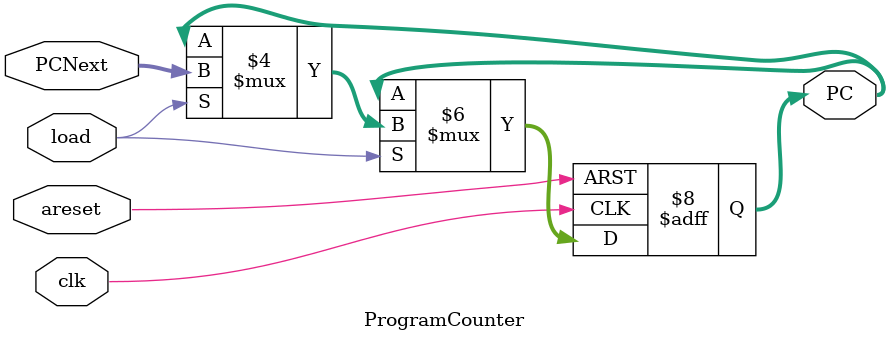
<source format=v>
module ProgramCounter (
    input clk,               // Clock signal
    input areset,            // Asynchronous reset (active low)
    input load,              // Load control signal
    input [31:0] PCNext,     // Next address input
    output reg [31:0] PC     // Current program counter output
);

always @(posedge clk or negedge areset) begin
    if (areset==0) begin
       
        PC <= 32'b0;
    end
    else begin
        if (load) begin
            
            PC <= PCNext;
        end
       if(!load) begin
       PC<=PC;
       end 
    end
    
end

endmodule

</source>
